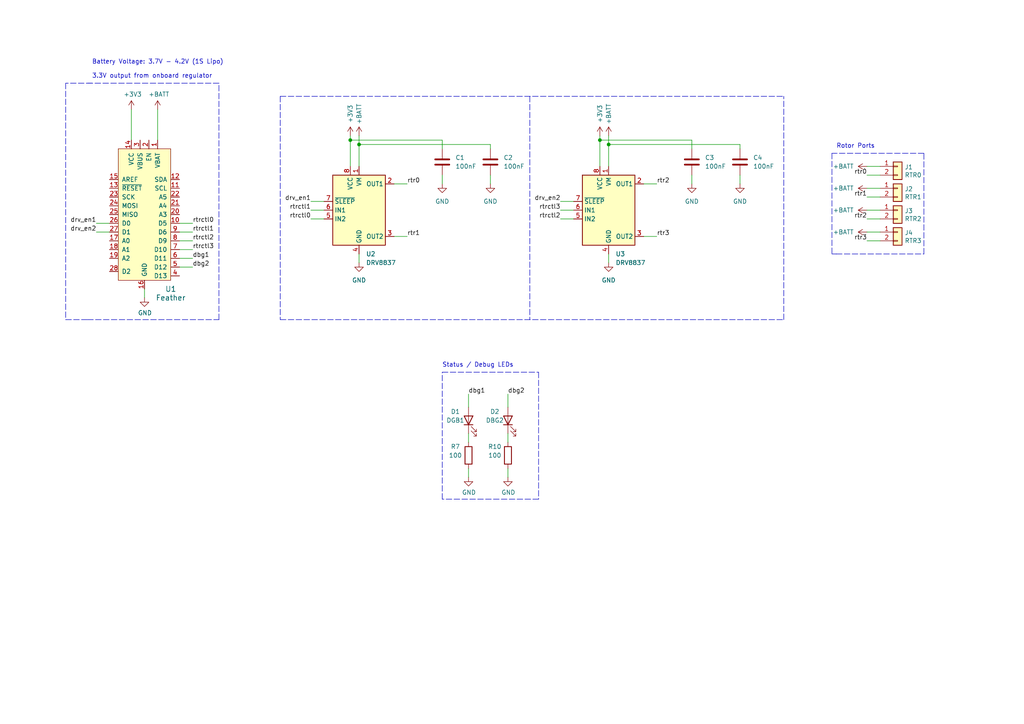
<source format=kicad_sch>
(kicad_sch (version 20211123) (generator eeschema)
  (paper "A4")
  (title_block (title "Nano Drone") (date "2022-02-15") (rev "D") (comment 1 "Mini drone based on and Arduino Nano BLE Sense") (comment 2 "Author: Natesh Narain"))
  (lib_symbols
    (symbol "Connector_Generic:Conn_01x02" (pin_names (offset 1.016) hide)
      (property "Reference" "J" (at 0 2.54 0))
      (property "Value" "Conn_01x02" (at 0 -5.08 0))
      (symbol "Conn_01x02_1_1"
        (rectangle (start -1.27 -2.413) (end 0 -2.667) (stroke (width 0.1524)))
        (rectangle (start -1.27 0.127) (end 0 -0.127) (stroke (width 0.1524)))
        (rectangle (start -1.27 1.27) (end 1.27 -3.81) (stroke (width 0.254)) (fill (type background)))
        (pin passive line (at -5.08 0 0) (length 3.81) (name "Pin_1") (number "1"))
        (pin passive line (at -5.08 -2.54 0) (length 3.81) (name "Pin_2") (number "2"))
      )
    )
    (symbol "Device:C" (pin_numbers hide) (pin_names (offset 0.254))
      (property "Reference" "C" (at 0.635 2.54 0))
      (property "Value" "C" (at 0.635 -2.54 0))
      (symbol "C_0_1"
        (polyline (pts (xy -2.032 -0.762) (xy 2.032 -0.762)) (stroke (width 0.508)))
        (polyline (pts (xy -2.032 0.762) (xy 2.032 0.762)) (stroke (width 0.508)))
      )
      (symbol "C_1_1"
        (pin passive line (at 0 3.81 270) (length 2.794) (name "~") (number "1"))
        (pin passive line (at 0 -3.81 90) (length 2.794) (name "~") (number "2"))
      )
    )
    (symbol "Device:LED" (pin_numbers hide) (pin_names (offset 1.016) hide)
      (property "Reference" "D" (at 0 2.54 0))
      (property "Value" "LED" (at 0 -2.54 0))
      (symbol "LED_0_1"
        (polyline (pts (xy -1.27 -1.27) (xy -1.27 1.27)) (stroke (width 0.254)))
        (polyline (pts (xy -1.27 0) (xy 1.27 0)))
        (polyline (pts (xy 1.27 -1.27) (xy 1.27 1.27) (xy -1.27 0) (xy 1.27 -1.27)) (stroke (width 0.254)))
        (polyline (pts (xy -3.048 -0.762) (xy -4.572 -2.286) (xy -3.81 -2.286) (xy -4.572 -2.286) (xy -4.572 -1.524)))
        (polyline (pts (xy -1.778 -0.762) (xy -3.302 -2.286) (xy -2.54 -2.286) (xy -3.302 -2.286) (xy -3.302 -1.524)))
      )
      (symbol "LED_1_1"
        (pin passive line (at -3.81 0 0) (length 2.54) (name "K") (number "1"))
        (pin passive line (at 3.81 0 180) (length 2.54) (name "A") (number "2"))
      )
    )
    (symbol "Device:R" (pin_numbers hide) (pin_names (offset 0))
      (property "Reference" "R" (at 2.032 0 90))
      (property "Value" "R" (at 0 0 90))
      (symbol "R_0_1"
        (rectangle (start -1.016 -2.54) (end 1.016 2.54) (stroke (width 0.254)))
      )
      (symbol "R_1_1"
        (pin passive line (at 0 3.81 270) (length 1.27) (name "~") (number "1"))
        (pin passive line (at 0 -3.81 90) (length 1.27) (name "~") (number "2"))
      )
    )
    (symbol "Driver_Motor:DRV8837"
      (property "Reference" "U" (at 6.35 11.43 0))
      (property "Value" "DRV8837" (at -10.16 11.43 0))
      (symbol "DRV8837_0_1"
        (rectangle (start -7.62 10.16) (end 7.62 -10.16) (stroke (width 0.254)) (fill (type background)))
      )
      (symbol "DRV8837_1_1"
        (pin power_in line (at 0 12.7 270) (length 2.54) (name "VM") (number "1"))
        (pin output line (at 10.16 7.62 180) (length 2.54) (name "OUT1") (number "2"))
        (pin output line (at 10.16 -7.62 180) (length 2.54) (name "OUT2") (number "3"))
        (pin power_in line (at 0 -12.7 90) (length 2.54) (name "GND") (number "4"))
        (pin input line (at -10.16 -2.54 0) (length 2.54) (name "IN2") (number "5"))
        (pin input line (at -10.16 0 0) (length 2.54) (name "IN1") (number "6"))
        (pin input line (at -10.16 2.54 0) (length 2.54) (name "~{SLEEP}") (number "7"))
        (pin power_in line (at -2.54 12.7 270) (length 2.54) (name "VCC") (number "8"))
        (pin passive line (at 0 -12.7 90) (length 2.54) hide (name "GND") (number "9"))
      )
    )
    (symbol "adafruit:Feather" (pin_names (offset 1.016))
      (property "Reference" "U" (at 10.16 21.59 0))
      (property "Value" "Feather" (at 10.16 24.13 0))
      (symbol "Feather_0_1"
        (rectangle (start -7.62 17.78) (end 7.62 -20.32) (fill (type background)))
      )
      (symbol "Feather_1_1"
        (pin power_in line (at 3.81 20.32 270) (length 2.54) (name "VBAT") (number "1"))
        (pin bidirectional line (at 10.16 -3.81 180) (length 2.54) (name "D5") (number "10"))
        (pin bidirectional line (at 10.16 6.35 180) (length 2.54) (name "SCL") (number "11"))
        (pin bidirectional line (at 10.16 8.89 180) (length 2.54) (name "SDA") (number "12"))
        (pin input line (at -10.16 6.35 0) (length 2.54) (name "~{RESET}") (number "13"))
        (pin power_in line (at -3.81 20.32 270) (length 2.54) (name "VCC") (number "14"))
        (pin input line (at -10.16 8.89 0) (length 2.54) (name "AREF") (number "15"))
        (pin power_out line (at 0 -22.86 90) (length 2.54) (name "GND") (number "16"))
        (pin bidirectional line (at -10.16 -8.89 0) (length 2.54) (name "A0") (number "17"))
        (pin bidirectional line (at -10.16 -11.43 0) (length 2.54) (name "A1") (number "18"))
        (pin bidirectional line (at -10.16 -13.97 0) (length 2.54) (name "A2") (number "19"))
        (pin input line (at 1.27 20.32 270) (length 2.54) (name "EN") (number "2"))
        (pin bidirectional line (at 10.16 -1.27 180) (length 2.54) (name "A3") (number "20"))
        (pin bidirectional line (at 10.16 1.27 180) (length 2.54) (name "A4") (number "21"))
        (pin bidirectional line (at 10.16 3.81 180) (length 2.54) (name "A5") (number "22"))
        (pin bidirectional line (at -10.16 3.81 0) (length 2.54) (name "SCK") (number "23"))
        (pin bidirectional line (at -10.16 1.27 0) (length 2.54) (name "MOSI") (number "24"))
        (pin bidirectional line (at -10.16 -1.27 0) (length 2.54) (name "MISO") (number "25"))
        (pin bidirectional line (at -10.16 -3.81 0) (length 2.54) (name "D0") (number "26"))
        (pin bidirectional line (at -10.16 -6.35 0) (length 2.54) (name "D1") (number "27"))
        (pin bidirectional line (at -10.16 -17.78 0) (length 2.54) (name "D2") (number "28"))
        (pin power_out line (at -1.27 20.32 270) (length 2.54) (name "VBUS") (number "3"))
        (pin bidirectional line (at 10.16 -19.05 180) (length 2.54) (name "D13") (number "4"))
        (pin bidirectional line (at 10.16 -16.51 180) (length 2.54) (name "D12") (number "5"))
        (pin bidirectional line (at 10.16 -13.97 180) (length 2.54) (name "D11") (number "6"))
        (pin bidirectional line (at 10.16 -11.43 180) (length 2.54) (name "D10") (number "7"))
        (pin bidirectional line (at 10.16 -8.89 180) (length 2.54) (name "D9") (number "8"))
        (pin bidirectional line (at 10.16 -6.35 180) (length 2.54) (name "D6") (number "9"))
      )
    )
    (symbol "power:+3.3V" (power) (pin_names (offset 0))
      (property "Value" "+3.3V" (at 0 3.556 0))
      (symbol "+3.3V_0_1"
        (polyline (pts (xy -0.762 1.27) (xy 0 2.54)))
        (polyline (pts (xy 0 0) (xy 0 2.54)))
        (polyline (pts (xy 0 2.54) (xy 0.762 1.27)))
      )
      (symbol "+3.3V_1_1"
        (pin power_in line (at 0 0 90) (length 0) hide (name "+3V3") (number "1"))
      )
    )
    (symbol "power:+3V3" (power) (pin_names (offset 0))
      (property "Value" "+3V3" (at 0 3.556 0))
      (symbol "+3V3_0_1"
        (polyline (pts (xy -0.762 1.27) (xy 0 2.54)))
        (polyline (pts (xy 0 0) (xy 0 2.54)))
        (polyline (pts (xy 0 2.54) (xy 0.762 1.27)))
      )
      (symbol "+3V3_1_1"
        (pin power_in line (at 0 0 90) (length 0) hide (name "+3V3") (number "1"))
      )
    )
    (symbol "power:+BATT" (power) (pin_names (offset 0))
      (property "Value" "+BATT" (at 0 3.556 0))
      (symbol "+BATT_0_1"
        (polyline (pts (xy -0.762 1.27) (xy 0 2.54)))
        (polyline (pts (xy 0 0) (xy 0 2.54)))
        (polyline (pts (xy 0 2.54) (xy 0.762 1.27)))
      )
      (symbol "+BATT_1_1"
        (pin power_in line (at 0 0 90) (length 0) hide (name "+BATT") (number "1"))
      )
    )
    (symbol "power:GND" (power) (pin_names (offset 0))
      (property "Value" "GND" (at 0 -3.81 0))
      (symbol "GND_0_1"
        (polyline (pts (xy 0 0) (xy 0 -1.27) (xy 1.27 -1.27) (xy 0 -2.54) (xy -1.27 -1.27) (xy 0 -1.27)))
      )
      (symbol "GND_1_1"
        (pin power_in line (at 0 0 270) (length 0) hide (name "GND") (number "1"))
      )
    )
  )
  (junction (at 176.53 41.91))
  (junction (at 101.6 40.64))
  (junction (at 173.99 40.64))
  (junction (at 104.14 41.91))
  (polyline (pts (xy 63.5 92.71) (xy 63.5 24.13)))
  (wire (pts (xy 162.56 58.42) (xy 166.37 58.42)))
  (wire (pts (xy 90.17 63.5) (xy 93.98 63.5)))
  (polyline (pts (xy 26.67 24.13) (xy 19.05 24.13)))
  (polyline (pts (xy 227.33 92.71) (xy 227.33 27.94)))
  (polyline (pts (xy 25.4 92.71) (xy 63.5 92.71)))
  (wire (pts (xy 45.72 31.75) (xy 45.72 40.64)))
  (wire (pts (xy 147.32 128.27) (xy 147.32 125.73)))
  (wire (pts (xy 173.99 40.64) (xy 173.99 48.26)))
  (wire (pts (xy 104.14 39.37) (xy 104.14 41.91)))
  (wire (pts (xy 135.89 118.11) (xy 135.89 114.3)))
  (wire (pts (xy 114.3 68.58) (xy 118.11 68.58)))
  (wire (pts (xy 255.27 50.8) (xy 251.46 50.8)))
  (wire (pts (xy 104.14 41.91) (xy 104.14 48.26)))
  (polyline (pts (xy 128.27 107.95) (xy 156.21 107.95)))
  (wire (pts (xy 176.53 41.91) (xy 176.53 48.26)))
  (wire (pts (xy 135.89 128.27) (xy 135.89 125.73)))
  (wire (pts (xy 128.27 50.8) (xy 128.27 53.34)))
  (wire (pts (xy 162.56 60.96) (xy 166.37 60.96)))
  (wire (pts (xy 173.99 40.64) (xy 200.66 40.64)))
  (wire (pts (xy 101.6 40.64) (xy 128.27 40.64)))
  (wire (pts (xy 251.46 48.26) (xy 255.27 48.26)))
  (polyline (pts (xy 267.97 73.66) (xy 267.97 44.45)))
  (wire (pts (xy 176.53 73.66) (xy 176.53 76.2)))
  (wire (pts (xy 52.07 74.93) (xy 55.88 74.93)))
  (wire (pts (xy 90.17 58.42) (xy 93.98 58.42)))
  (wire (pts (xy 135.89 138.43) (xy 135.89 135.89)))
  (wire (pts (xy 101.6 40.64) (xy 101.6 48.26)))
  (wire (pts (xy 173.99 39.37) (xy 173.99 40.64)))
  (wire (pts (xy 251.46 67.31) (xy 255.27 67.31)))
  (wire (pts (xy 101.6 39.37) (xy 101.6 40.64)))
  (wire (pts (xy 176.53 39.37) (xy 176.53 41.91)))
  (wire (pts (xy 186.69 53.34) (xy 190.5 53.34)))
  (wire (pts (xy 52.07 67.31) (xy 55.88 67.31)))
  (wire (pts (xy 214.63 41.91) (xy 176.53 41.91)))
  (wire (pts (xy 147.32 118.11) (xy 147.32 114.3)))
  (wire (pts (xy 251.46 60.96) (xy 255.27 60.96)))
  (wire (pts (xy 52.07 77.47) (xy 55.88 77.47)))
  (wire (pts (xy 255.27 57.15) (xy 251.46 57.15)))
  (wire (pts (xy 142.24 41.91) (xy 104.14 41.91)))
  (wire (pts (xy 147.32 138.43) (xy 147.32 135.89)))
  (wire (pts (xy 142.24 50.8) (xy 142.24 53.34)))
  (wire (pts (xy 251.46 54.61) (xy 255.27 54.61)))
  (wire (pts (xy 52.07 69.85) (xy 55.88 69.85)))
  (wire (pts (xy 104.14 73.66) (xy 104.14 76.2)))
  (polyline (pts (xy 241.3 44.45) (xy 241.3 73.66)))
  (polyline (pts (xy 128.27 144.78) (xy 128.27 107.95)))
  (wire (pts (xy 38.1 31.75) (xy 38.1 40.64)))
  (wire (pts (xy 255.27 63.5) (xy 251.46 63.5)))
  (polyline (pts (xy 242.57 44.45) (xy 241.3 44.45)))
  (polyline (pts (xy 241.3 73.66) (xy 242.57 73.66)))
  (polyline (pts (xy 81.28 92.71) (xy 227.33 92.71)))
  (wire (pts (xy 200.66 43.18) (xy 200.66 40.64)))
  (polyline (pts (xy 19.05 24.13) (xy 19.05 92.71)))
  (wire (pts (xy 27.94 64.77) (xy 31.75 64.77)))
  (polyline (pts (xy 156.21 107.95) (xy 156.21 144.78)))
  (wire (pts (xy 214.63 50.8) (xy 214.63 53.34)))
  (polyline (pts (xy 156.21 144.78) (xy 128.27 144.78)))
  (wire (pts (xy 41.91 83.82) (xy 41.91 86.36)))
  (polyline (pts (xy 81.28 27.94) (xy 227.33 27.94)))
  (wire (pts (xy 162.56 63.5) (xy 166.37 63.5)))
  (polyline (pts (xy 63.5 24.13) (xy 25.4 24.13)))
  (polyline (pts (xy 19.05 92.71) (xy 25.4 92.71)))
  (polyline (pts (xy 81.28 27.94) (xy 81.28 92.71)))
  (wire (pts (xy 52.07 64.77) (xy 55.88 64.77)))
  (wire (pts (xy 27.94 67.31) (xy 31.75 67.31)))
  (wire (pts (xy 128.27 43.18) (xy 128.27 40.64)))
  (wire (pts (xy 142.24 43.18) (xy 142.24 41.91)))
  (wire (pts (xy 200.66 50.8) (xy 200.66 53.34)))
  (wire (pts (xy 255.27 69.85) (xy 251.46 69.85)))
  (polyline (pts (xy 267.97 44.45) (xy 242.57 44.45)))
  (polyline (pts (xy 242.57 73.66) (xy 267.97 73.66)))
  (wire (pts (xy 52.07 72.39) (xy 55.88 72.39)))
  (wire (pts (xy 90.17 60.96) (xy 93.98 60.96)))
  (wire (pts (xy 214.63 43.18) (xy 214.63 41.91)))
  (wire (pts (xy 186.69 68.58) (xy 190.5 68.58)))
  (polyline (pts (xy 153.67 27.94) (xy 153.67 92.71)))
  (wire (pts (xy 114.3 53.34) (xy 118.11 53.34)))
  (text "Battery Voltage: 3.7V - 4.2V (1S Lipo)\n\n3.3V output from onboard regulator" (at 26.67 22.86 0) (effects (font (size 1.27 1.27)) (justify left bottom)))
  (text "Status / Debug LEDs" (at 128.27 106.68 0) (effects (font (size 1.27 1.27)) (justify left bottom)))
  (text "Rotor Ports" (at 242.57 43.18 0) (effects (font (size 1.27 1.27)) (justify left bottom)))
  (label "rtr1" (at 118.11 68.58 0))
  (label "rtrctl0" (at 55.88 64.77 0))
  (label "rtrctl2" (at 55.88 69.85 0))
  (label "rtrctl1" (at 90.17 60.96 180))
  (label "drv_en1" (at 27.94 64.77 180))
  (label "drv_en2" (at 27.94 67.31 180))
  (label "rtr1" (at 251.46 57.15 180))
  (label "dbg2" (at 55.88 77.47 0))
  (label "dbg1" (at 135.89 114.3 0))
  (label "rtrctl0" (at 90.17 63.5 180))
  (label "rtrctl3" (at 55.88 72.39 0))
  (label "drv_en1" (at 90.17 58.42 180))
  (label "rtr3" (at 190.5 68.58 0))
  (label "rtr0" (at 118.11 53.34 0))
  (label "rtrctl2" (at 162.56 63.5 180))
  (label "rtr0" (at 251.46 50.8 180))
  (label "rtrctl1" (at 55.88 67.31 0))
  (label "dbg2" (at 147.32 114.3 0))
  (label "drv_en2" (at 162.56 58.42 180))
  (label "rtrctl3" (at 162.56 60.96 180))
  (label "rtr2" (at 251.46 63.5 180))
  (label "dbg1" (at 55.88 74.93 0))
  (label "rtr2" (at 190.5 53.34 0))
  (label "rtr3" (at 251.46 69.85 180))
  (symbol (lib_id "adafruit:Feather") (at 41.91 60.96 0) (unit 1)
    (property "Reference" "U1" (at 49.53 83.82 0) (effects (font (size 1.524 1.524))))
    (property "Value" "Feather" (at 49.53 86.36 0) (effects (font (size 1.524 1.524))))
    (property "Footprint" "adafruit:Feather_no_mounting" (effects hide))
  )
  (symbol (lib_id "power:+BATT") (at 45.72 31.75 0) (unit 1)
    (property "Reference" "#PWR0102" (effects hide))
    (property "Value" "+BATT" (at 46.101 27.3558 0))
  )
  (symbol (lib_id "power:+3.3V") (at 38.1 31.75 0) (unit 1)
    (property "Reference" "#PWR0104" (effects hide))
    (property "Value" "+3.3V" (at 38.481 27.3558 0))
  )
  (symbol (lib_id "power:GND") (at 41.91 86.36 0) (unit 1)
    (property "Reference" "#PWR0105" (effects hide))
    (property "Value" "GND" (at 42.037 90.7542 0))
  )
  (symbol (lib_id "Device:LED") (at 135.89 121.92 90) (unit 1)
    (property "Reference" "D1" (at 132.08 119.38 90))
    (property "Value" "DGB1" (at 132.08 121.92 90))
    (property "Footprint" "LED_SMD:LED_0805_2012Metric" (effects hide))
    (property "Digi-Key_PN" "475-1410-2-ND" (effects hide))
    (property "LCSC" "C434432" (effects hide))
  )
  (symbol (lib_id "Device:LED") (at 147.32 121.92 90) (unit 1)
    (property "Reference" "D2" (at 143.51 119.38 90))
    (property "Value" "DBG2" (at 143.51 121.92 90))
    (property "Footprint" "LED_SMD:LED_0805_2012Metric_Pad1.15x1.40mm_HandSolder" (effects hide))
    (property "Digi-Key_PN" "475-1410-2-ND" (effects hide))
    (property "LCSC" "C434432" (effects hide))
  )
  (symbol (lib_id "Device:R") (at 135.89 132.08 0) (unit 1)
    (property "Reference" "R7" (at 132.08 129.54 0))
    (property "Value" "100" (at 132.08 132.08 0))
    (property "Footprint" "Resistor_SMD:R_0805_2012Metric" (effects hide))
    (property "Digi-Key_PN" "P100ATR-ND" (effects hide))
    (property "LCSC" "C17408" (effects hide))
  )
  (symbol (lib_id "Device:R") (at 147.32 132.08 0) (unit 1)
    (property "Reference" "R10" (at 143.51 129.54 0))
    (property "Value" "100" (at 143.51 132.08 0))
    (property "Footprint" "Resistor_SMD:R_0805_2012Metric" (effects hide))
    (property "Digi-Key_PN" "P100ATR-ND" (effects hide))
    (property "LCSC" "C17408" (effects hide))
  )
  (symbol (lib_id "power:GND") (at 135.89 138.43 0) (unit 1)
    (property "Reference" "#PWR01" (effects hide))
    (property "Value" "GND" (at 136.017 142.8242 0))
  )
  (symbol (lib_id "power:GND") (at 147.32 138.43 0) (unit 1)
    (property "Reference" "#PWR02" (effects hide))
    (property "Value" "GND" (at 147.447 142.8242 0))
  )
  (symbol (lib_id "Connector_Generic:Conn_01x02") (at 260.35 48.26 0) (unit 1)
    (property "Reference" "J1" (at 262.382 48.4632 0) (effects (justify left)))
    (property "Value" "RTR0" (at 262.382 50.7746 0) (effects (justify left)))
    (property "Footprint" "Connector_PinHeader_2.54mm:PinHeader_1x02_P2.54mm_Vertical" (effects hide))
  )
  (symbol (lib_id "Connector_Generic:Conn_01x02") (at 260.35 54.61 0) (unit 1)
    (property "Reference" "J2" (at 262.382 54.8132 0) (effects (justify left)))
    (property "Value" "RTR1" (at 262.382 57.1246 0) (effects (justify left)))
    (property "Footprint" "Connector_PinHeader_2.54mm:PinHeader_1x02_P2.54mm_Vertical" (effects hide))
  )
  (symbol (lib_id "Connector_Generic:Conn_01x02") (at 260.35 60.96 0) (unit 1)
    (property "Reference" "J3" (at 262.382 61.1632 0) (effects (justify left)))
    (property "Value" "RTR2" (at 262.382 63.4746 0) (effects (justify left)))
    (property "Footprint" "Connector_PinHeader_2.54mm:PinHeader_1x02_P2.54mm_Vertical" (effects hide))
  )
  (symbol (lib_id "Connector_Generic:Conn_01x02") (at 260.35 67.31 0) (unit 1)
    (property "Reference" "J4" (at 262.382 67.5132 0) (effects (justify left)))
    (property "Value" "RTR3" (at 262.382 69.8246 0) (effects (justify left)))
    (property "Footprint" "Connector_PinHeader_2.54mm:PinHeader_1x02_P2.54mm_Vertical" (effects hide))
  )
  (symbol (lib_id "power:+BATT") (at 251.46 60.96 90) (unit 1)
    (property "Reference" "#PWR015" (effects hide))
    (property "Value" "+BATT" (at 247.65 60.9599 90) (effects (justify left)))
  )
  (symbol (lib_id "power:+BATT") (at 176.53 39.37 0) (unit 1)
    (property "Reference" "#PWR09" (effects hide))
    (property "Value" "+BATT" (at 176.53 33.02 90))
  )
  (symbol (lib_id "power:+3V3") (at 101.6 39.37 0) (unit 1)
    (property "Reference" "#PWR03" (effects hide))
    (property "Value" "+3V3" (at 101.6 33.02 90))
  )
  (symbol (lib_id "power:+BATT") (at 251.46 54.61 90) (unit 1)
    (property "Reference" "#PWR014" (effects hide))
    (property "Value" "+BATT" (at 247.65 54.6099 90) (effects (justify left)))
  )
  (symbol (lib_id "power:GND") (at 104.14 76.2 0) (unit 1)
    (property "Reference" "#PWR05" (effects hide))
    (property "Value" "GND" (at 104.14 81.28 0))
  )
  (symbol (lib_id "power:GND") (at 214.63 53.34 0) (unit 1)
    (property "Reference" "#PWR012" (effects hide))
    (property "Value" "GND" (at 214.63 58.42 0))
  )
  (symbol (lib_id "power:+BATT") (at 104.14 39.37 0) (unit 1)
    (property "Reference" "#PWR04" (effects hide))
    (property "Value" "+BATT" (at 104.14 33.02 90))
  )
  (symbol (lib_id "Device:C") (at 128.27 46.99 0) (unit 1)
    (property "Reference" "C1" (at 132.08 45.7199 0) (effects (justify left)))
    (property "Value" "100nF" (at 132.08 48.2599 0) (effects (justify left)))
    (property "Footprint" "Capacitor_SMD:C_0805_2012Metric" (effects hide))
    (property "LCSC" "C28233" (effects hide))
  )
  (symbol (lib_id "power:GND") (at 128.27 53.34 0) (unit 1)
    (property "Reference" "#PWR06" (effects hide))
    (property "Value" "GND" (at 128.27 58.42 0))
  )
  (symbol (lib_id "power:+BATT") (at 251.46 48.26 90) (unit 1)
    (property "Reference" "#PWR013" (effects hide))
    (property "Value" "+BATT" (at 247.65 48.2599 90) (effects (justify left)))
  )
  (symbol (lib_id "Driver_Motor:DRV8837") (at 176.53 60.96 0) (unit 1)
    (property "Reference" "U3" (at 178.5494 73.66 0) (effects (justify left)))
    (property "Value" "DRV8837" (at 178.5494 76.2 0) (effects (justify left)))
    (property "Footprint" "Package_SON:WSON-8-1EP_2x2mm_P0.5mm_EP0.9x1.6mm" (effects hide))
    (property "Datasheet" "http://www.ti.com/lit/ds/symlink/drv8837.pdf" (effects hide))
    (property "LCSC" "C191000" (effects hide))
  )
  (symbol (lib_id "Device:C") (at 200.66 46.99 0) (unit 1)
    (property "Reference" "C3" (at 204.47 45.7199 0) (effects (justify left)))
    (property "Value" "100nF" (at 204.47 48.2599 0) (effects (justify left)))
    (property "Footprint" "Capacitor_SMD:C_0805_2012Metric" (effects hide))
    (property "LCSC" "C28233" (effects hide))
  )
  (symbol (lib_id "Driver_Motor:DRV8837") (at 104.14 60.96 0) (unit 1)
    (property "Reference" "U2" (at 106.1594 73.66 0) (effects (justify left)))
    (property "Value" "DRV8837" (at 106.1594 76.2 0) (effects (justify left)))
    (property "Footprint" "Package_SON:WSON-8-1EP_2x2mm_P0.5mm_EP0.9x1.6mm" (effects hide))
    (property "Datasheet" "http://www.ti.com/lit/ds/symlink/drv8837.pdf" (effects hide))
    (property "LCSC" "C191000" (effects hide))
  )
  (symbol (lib_id "power:GND") (at 176.53 76.2 0) (unit 1)
    (property "Reference" "#PWR010" (effects hide))
    (property "Value" "GND" (at 176.53 81.28 0))
  )
  (symbol (lib_id "power:+3V3") (at 173.99 39.37 0) (unit 1)
    (property "Reference" "#PWR08" (effects hide))
    (property "Value" "+3V3" (at 173.99 33.02 90))
  )
  (symbol (lib_id "power:GND") (at 200.66 53.34 0) (unit 1)
    (property "Reference" "#PWR011" (effects hide))
    (property "Value" "GND" (at 200.66 58.42 0))
  )
  (symbol (lib_id "Device:C") (at 214.63 46.99 0) (unit 1)
    (property "Reference" "C4" (at 218.44 45.7199 0) (effects (justify left)))
    (property "Value" "100nF" (at 218.44 48.2599 0) (effects (justify left)))
    (property "Footprint" "Capacitor_SMD:C_0805_2012Metric" (effects hide))
    (property "LCSC" "C28233" (effects hide))
  )
  (symbol (lib_id "Device:C") (at 142.24 46.99 0) (unit 1)
    (property "Reference" "C2" (at 146.05 45.7199 0) (effects (justify left)))
    (property "Value" "100nF" (at 146.05 48.2599 0) (effects (justify left)))
    (property "Footprint" "Capacitor_SMD:C_0805_2012Metric" (effects hide))
    (property "LCSC" "C28233" (effects hide))
  )
  (symbol (lib_id "power:GND") (at 142.24 53.34 0) (unit 1)
    (property "Reference" "#PWR07" (effects hide))
    (property "Value" "GND" (at 142.24 58.42 0))
  )
  (symbol (lib_id "power:+BATT") (at 251.46 67.31 90) (unit 1)
    (property "Reference" "#PWR016" (effects hide))
    (property "Value" "+BATT" (at 247.65 67.3099 90) (effects (justify left)))
  )
)
</source>
